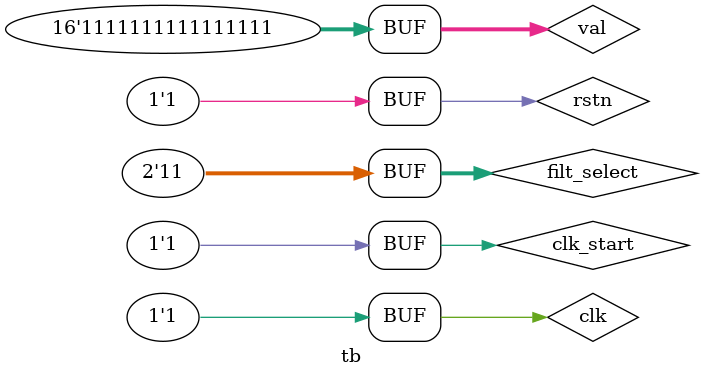
<source format=v>
`timescale 1ns / 1ps

module tb;

  reg clk;
  wire done;
  reg [1:0]filt_select;
  wire [15:0]result;
  reg rstn;
  reg [15:0]val;
  
  reg clk_start;
  
initial begin
	rstn <= 0;
	val <= 65535;
	filt_select <= 3;
	#(22)
		;
	rstn <= 1;
end

always begin
	clk <= 0;
	#(2)
		;
	clk <= 1;
	#(2)
		;
end

always begin
	clk_start <= 0;
	#(500)
		;
	clk_start <= 1;
	#(500)
		;
end


  test_filters test_filters_i
       (.clk(clk),
        .done(done),
        .filt_select(filt_select),
        .result(result),
        .rstn(rstn),
        .start(clk_start),
        .val(val));
endmodule

</source>
